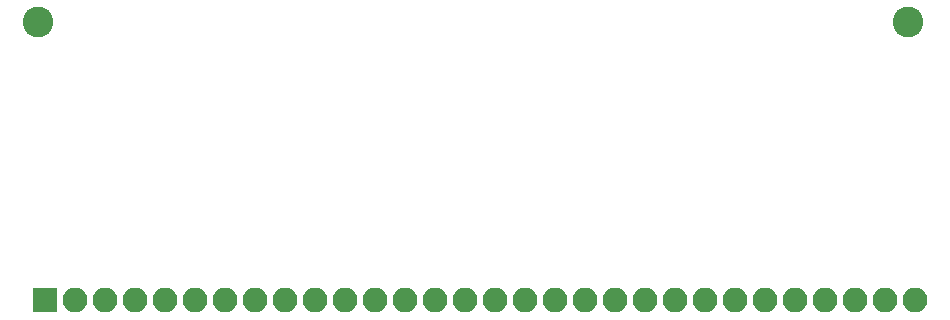
<source format=gbs>
G04 #@! TF.FileFunction,Soldermask,Bot*
%FSLAX46Y46*%
G04 Gerber Fmt 4.6, Leading zero omitted, Abs format (unit mm)*
G04 Created by KiCad (PCBNEW 4.0.7) date Sun Nov 12 16:40:09 2017*
%MOMM*%
%LPD*%
G01*
G04 APERTURE LIST*
%ADD10C,0.100000*%
%ADD11R,2.100000X2.100000*%
%ADD12O,2.100000X2.100000*%
%ADD13C,2.600000*%
G04 APERTURE END LIST*
D10*
D11*
X77470000Y-170180000D03*
D12*
X80010000Y-170180000D03*
X82550000Y-170180000D03*
X85090000Y-170180000D03*
X87630000Y-170180000D03*
X90170000Y-170180000D03*
X92710000Y-170180000D03*
X95250000Y-170180000D03*
X97790000Y-170180000D03*
X100330000Y-170180000D03*
X102870000Y-170180000D03*
X105410000Y-170180000D03*
X107950000Y-170180000D03*
X110490000Y-170180000D03*
X113030000Y-170180000D03*
X115570000Y-170180000D03*
X118110000Y-170180000D03*
X120650000Y-170180000D03*
X123190000Y-170180000D03*
X125730000Y-170180000D03*
X128270000Y-170180000D03*
X130810000Y-170180000D03*
X133350000Y-170180000D03*
X135890000Y-170180000D03*
X138430000Y-170180000D03*
X140970000Y-170180000D03*
X143510000Y-170180000D03*
X146050000Y-170180000D03*
X148590000Y-170180000D03*
X151130000Y-170180000D03*
D13*
X76835000Y-146685000D03*
X150495000Y-146685000D03*
M02*

</source>
